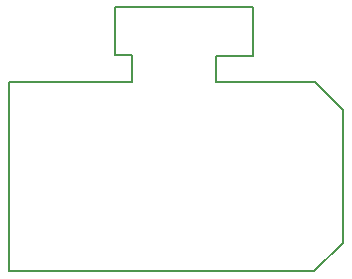
<source format=gm1>
%FSLAX24Y24*%
%MOIN*%
G70*
G01*
G75*
G04 Layer_Color=16711935*
%ADD10R,0.0335X0.0256*%
%ADD11R,0.0177X0.0177*%
%ADD12R,0.0571X0.0217*%
%ADD13R,0.0571X0.0217*%
%ADD14R,0.0709X0.0394*%
G04:AMPARAMS|DCode=15|XSize=47.2mil|YSize=43.3mil|CornerRadius=0mil|HoleSize=0mil|Usage=FLASHONLY|Rotation=45.000|XOffset=0mil|YOffset=0mil|HoleType=Round|Shape=Rectangle|*
%AMROTATEDRECTD15*
4,1,4,-0.0014,-0.0320,-0.0320,-0.0014,0.0014,0.0320,0.0320,0.0014,-0.0014,-0.0320,0.0*
%
%ADD15ROTATEDRECTD15*%

%ADD16R,0.1850X0.1850*%
%ADD17O,0.0079X0.0256*%
%ADD18O,0.0256X0.0079*%
%ADD19R,0.0394X0.0394*%
%ADD20R,0.0236X0.0217*%
%ADD21R,0.0217X0.0236*%
%ADD22R,0.0256X0.0197*%
%ADD23R,0.0197X0.0256*%
%ADD24C,0.0394*%
%ADD25R,0.0197X0.0236*%
%ADD26R,0.0236X0.0197*%
%ADD27R,0.0315X0.0295*%
G04:AMPARAMS|DCode=28|XSize=19.7mil|YSize=23.6mil|CornerRadius=0mil|HoleSize=0mil|Usage=FLASHONLY|Rotation=45.000|XOffset=0mil|YOffset=0mil|HoleType=Round|Shape=Rectangle|*
%AMROTATEDRECTD28*
4,1,4,0.0014,-0.0153,-0.0153,0.0014,-0.0014,0.0153,0.0153,-0.0014,0.0014,-0.0153,0.0*
%
%ADD28ROTATEDRECTD28*%

%ADD29R,0.0787X0.0394*%
%ADD30C,0.0060*%
%ADD31C,0.0100*%
%ADD32C,0.0050*%
%ADD33C,0.0080*%
%ADD34C,0.0070*%
%ADD35C,0.0090*%
%ADD36C,0.0390*%
%ADD37O,0.1260X0.0709*%
%ADD38C,0.0433*%
%ADD39C,0.0200*%
%ADD40C,0.0197*%
%ADD41C,0.0118*%
%ADD42R,0.0472X0.0433*%
%ADD43C,0.0138*%
%ADD44C,0.0310*%
%ADD45R,0.0236X0.0335*%
%ADD46R,0.0394X0.0335*%
%ADD47R,0.0295X0.0315*%
%ADD48C,0.0039*%
%ADD49C,0.0098*%
%ADD50C,0.0059*%
%ADD51C,0.0079*%
%ADD52R,0.0395X0.0316*%
%ADD53R,0.0237X0.0237*%
%ADD54R,0.0631X0.0277*%
%ADD55R,0.0631X0.0277*%
%ADD56R,0.0769X0.0454*%
G04:AMPARAMS|DCode=57|XSize=53.2mil|YSize=49.3mil|CornerRadius=0mil|HoleSize=0mil|Usage=FLASHONLY|Rotation=45.000|XOffset=0mil|YOffset=0mil|HoleType=Round|Shape=Rectangle|*
%AMROTATEDRECTD57*
4,1,4,-0.0014,-0.0363,-0.0363,-0.0014,0.0014,0.0363,0.0363,0.0014,-0.0014,-0.0363,0.0*
%
%ADD57ROTATEDRECTD57*%

%ADD58R,0.1910X0.1910*%
%ADD59O,0.0139X0.0316*%
%ADD60O,0.0316X0.0139*%
%ADD61R,0.0296X0.0277*%
%ADD62R,0.0277X0.0296*%
%ADD63R,0.0316X0.0257*%
%ADD64R,0.0257X0.0316*%
%ADD65C,0.0787*%
%ADD66R,0.0257X0.0296*%
%ADD67R,0.0296X0.0257*%
%ADD68R,0.0375X0.0355*%
G04:AMPARAMS|DCode=69|XSize=25.7mil|YSize=29.6mil|CornerRadius=0mil|HoleSize=0mil|Usage=FLASHONLY|Rotation=45.000|XOffset=0mil|YOffset=0mil|HoleType=Round|Shape=Rectangle|*
%AMROTATEDRECTD69*
4,1,4,0.0014,-0.0196,-0.0196,0.0014,-0.0014,0.0196,0.0196,-0.0014,0.0014,-0.0196,0.0*
%
%ADD69ROTATEDRECTD69*%

%ADD70R,0.0847X0.0454*%
%ADD71C,0.0450*%
%ADD72O,0.1320X0.0769*%
%ADD73C,0.0493*%
%ADD74R,0.0532X0.0493*%
%ADD75C,0.0198*%
%ADD76C,0.0370*%
%ADD77R,0.0296X0.0395*%
%ADD78R,0.0454X0.0395*%
%ADD79R,0.0355X0.0375*%
%ADD80C,0.0110*%
D30*
X6520Y6299D02*
Y7198D01*
Y6299D02*
X9814D01*
X6520Y7198D02*
X7760D01*
Y8800D01*
X10744Y960D02*
Y5370D01*
X9814Y6299D02*
X10744Y5370D01*
X9784Y0D02*
X10744Y960D01*
X-370Y0D02*
X9784D01*
X-370D02*
Y6299D01*
Y6300D02*
X3720D01*
Y7199D01*
X3142Y8800D02*
X7760D01*
X3142Y7199D02*
X3720D01*
X3142D02*
Y8800D01*
M02*

</source>
